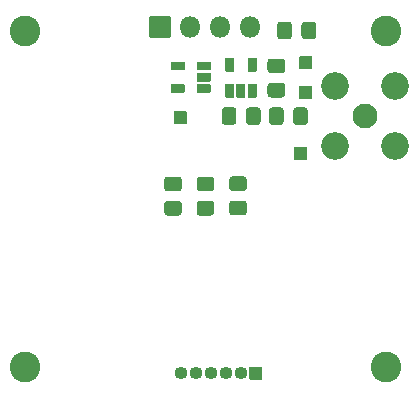
<source format=gbr>
%TF.GenerationSoftware,KiCad,Pcbnew,(5.1.9)-1*%
%TF.CreationDate,2021-02-07T19:09:25-06:00*%
%TF.ProjectId,nrg-control-box,6e72672d-636f-46e7-9472-6f6c2d626f78,B*%
%TF.SameCoordinates,Original*%
%TF.FileFunction,Soldermask,Bot*%
%TF.FilePolarity,Negative*%
%FSLAX46Y46*%
G04 Gerber Fmt 4.6, Leading zero omitted, Abs format (unit mm)*
G04 Created by KiCad (PCBNEW (5.1.9)-1) date 2021-02-07 19:09:25*
%MOMM*%
%LPD*%
G01*
G04 APERTURE LIST*
%ADD10C,2.600000*%
%ADD11C,2.100000*%
%ADD12C,2.350000*%
%ADD13O,1.100000X1.100000*%
%ADD14O,1.800000X1.800000*%
G04 APERTURE END LIST*
D10*
%TO.C,REF\u002A\u002A*%
X158000000Y-122500000D03*
%TD*%
%TO.C,REF\u002A\u002A*%
X158000000Y-94000000D03*
%TD*%
%TO.C,REF\u002A\u002A*%
X127500000Y-94000000D03*
%TD*%
%TO.C,REF\u002A\u002A*%
X127500000Y-122500000D03*
%TD*%
%TO.C,C1*%
G36*
G01*
X149228262Y-97625000D02*
X148271738Y-97625000D01*
G75*
G02*
X148000000Y-97353262I0J271738D01*
G01*
X148000000Y-96646738D01*
G75*
G02*
X148271738Y-96375000I271738J0D01*
G01*
X149228262Y-96375000D01*
G75*
G02*
X149500000Y-96646738I0J-271738D01*
G01*
X149500000Y-97353262D01*
G75*
G02*
X149228262Y-97625000I-271738J0D01*
G01*
G37*
G36*
G01*
X149228262Y-99675000D02*
X148271738Y-99675000D01*
G75*
G02*
X148000000Y-99403262I0J271738D01*
G01*
X148000000Y-98696738D01*
G75*
G02*
X148271738Y-98425000I271738J0D01*
G01*
X149228262Y-98425000D01*
G75*
G02*
X149500000Y-98696738I0J-271738D01*
G01*
X149500000Y-99403262D01*
G75*
G02*
X149228262Y-99675000I-271738J0D01*
G01*
G37*
%TD*%
%TO.C,C2*%
G36*
G01*
X145021738Y-106350000D02*
X145978262Y-106350000D01*
G75*
G02*
X146250000Y-106621738I0J-271738D01*
G01*
X146250000Y-107328262D01*
G75*
G02*
X145978262Y-107600000I-271738J0D01*
G01*
X145021738Y-107600000D01*
G75*
G02*
X144750000Y-107328262I0J271738D01*
G01*
X144750000Y-106621738D01*
G75*
G02*
X145021738Y-106350000I271738J0D01*
G01*
G37*
G36*
G01*
X145021738Y-108400000D02*
X145978262Y-108400000D01*
G75*
G02*
X146250000Y-108671738I0J-271738D01*
G01*
X146250000Y-109378262D01*
G75*
G02*
X145978262Y-109650000I-271738J0D01*
G01*
X145021738Y-109650000D01*
G75*
G02*
X144750000Y-109378262I0J271738D01*
G01*
X144750000Y-108671738D01*
G75*
G02*
X145021738Y-108400000I271738J0D01*
G01*
G37*
%TD*%
%TO.C,C3*%
G36*
G01*
X143228262Y-109675000D02*
X142271738Y-109675000D01*
G75*
G02*
X142000000Y-109403262I0J271738D01*
G01*
X142000000Y-108696738D01*
G75*
G02*
X142271738Y-108425000I271738J0D01*
G01*
X143228262Y-108425000D01*
G75*
G02*
X143500000Y-108696738I0J-271738D01*
G01*
X143500000Y-109403262D01*
G75*
G02*
X143228262Y-109675000I-271738J0D01*
G01*
G37*
G36*
G01*
X143228262Y-107625000D02*
X142271738Y-107625000D01*
G75*
G02*
X142000000Y-107353262I0J271738D01*
G01*
X142000000Y-106646738D01*
G75*
G02*
X142271738Y-106375000I271738J0D01*
G01*
X143228262Y-106375000D01*
G75*
G02*
X143500000Y-106646738I0J-271738D01*
G01*
X143500000Y-107353262D01*
G75*
G02*
X143228262Y-107625000I-271738J0D01*
G01*
G37*
%TD*%
%TO.C,C4*%
G36*
G01*
X139521738Y-108425000D02*
X140478262Y-108425000D01*
G75*
G02*
X140750000Y-108696738I0J-271738D01*
G01*
X140750000Y-109403262D01*
G75*
G02*
X140478262Y-109675000I-271738J0D01*
G01*
X139521738Y-109675000D01*
G75*
G02*
X139250000Y-109403262I0J271738D01*
G01*
X139250000Y-108696738D01*
G75*
G02*
X139521738Y-108425000I271738J0D01*
G01*
G37*
G36*
G01*
X139521738Y-106375000D02*
X140478262Y-106375000D01*
G75*
G02*
X140750000Y-106646738I0J-271738D01*
G01*
X140750000Y-107353262D01*
G75*
G02*
X140478262Y-107625000I-271738J0D01*
G01*
X139521738Y-107625000D01*
G75*
G02*
X139250000Y-107353262I0J271738D01*
G01*
X139250000Y-106646738D01*
G75*
G02*
X139521738Y-106375000I271738J0D01*
G01*
G37*
%TD*%
%TO.C,D2*%
G36*
G01*
X151750000Y-99800000D02*
X150750000Y-99800000D01*
G75*
G02*
X150700000Y-99750000I0J50000D01*
G01*
X150700000Y-98750000D01*
G75*
G02*
X150750000Y-98700000I50000J0D01*
G01*
X151750000Y-98700000D01*
G75*
G02*
X151800000Y-98750000I0J-50000D01*
G01*
X151800000Y-99750000D01*
G75*
G02*
X151750000Y-99800000I-50000J0D01*
G01*
G37*
G36*
G01*
X151750000Y-97300000D02*
X150750000Y-97300000D01*
G75*
G02*
X150700000Y-97250000I0J50000D01*
G01*
X150700000Y-96250000D01*
G75*
G02*
X150750000Y-96200000I50000J0D01*
G01*
X151750000Y-96200000D01*
G75*
G02*
X151800000Y-96250000I0J-50000D01*
G01*
X151800000Y-97250000D01*
G75*
G02*
X151750000Y-97300000I-50000J0D01*
G01*
G37*
%TD*%
D11*
%TO.C,J2*%
X156250000Y-101250000D03*
D12*
X158775000Y-98725000D03*
X153725000Y-98725000D03*
X153725000Y-103775000D03*
X158775000Y-103775000D03*
%TD*%
%TO.C,J3*%
G36*
G01*
X146500000Y-122450000D02*
X147500000Y-122450000D01*
G75*
G02*
X147550000Y-122500000I0J-50000D01*
G01*
X147550000Y-123500000D01*
G75*
G02*
X147500000Y-123550000I-50000J0D01*
G01*
X146500000Y-123550000D01*
G75*
G02*
X146450000Y-123500000I0J50000D01*
G01*
X146450000Y-122500000D01*
G75*
G02*
X146500000Y-122450000I50000J0D01*
G01*
G37*
D13*
X145730000Y-123000000D03*
X144460000Y-123000000D03*
X143190000Y-123000000D03*
X141920000Y-123000000D03*
X140650000Y-123000000D03*
%TD*%
%TO.C,R3*%
G36*
G01*
X148125000Y-101728262D02*
X148125000Y-100771738D01*
G75*
G02*
X148396738Y-100500000I271738J0D01*
G01*
X149103262Y-100500000D01*
G75*
G02*
X149375000Y-100771738I0J-271738D01*
G01*
X149375000Y-101728262D01*
G75*
G02*
X149103262Y-102000000I-271738J0D01*
G01*
X148396738Y-102000000D01*
G75*
G02*
X148125000Y-101728262I0J271738D01*
G01*
G37*
G36*
G01*
X150175000Y-101728262D02*
X150175000Y-100771738D01*
G75*
G02*
X150446738Y-100500000I271738J0D01*
G01*
X151153262Y-100500000D01*
G75*
G02*
X151425000Y-100771738I0J-271738D01*
G01*
X151425000Y-101728262D01*
G75*
G02*
X151153262Y-102000000I-271738J0D01*
G01*
X150446738Y-102000000D01*
G75*
G02*
X150175000Y-101728262I0J271738D01*
G01*
G37*
%TD*%
%TO.C,R4*%
G36*
G01*
X144125000Y-101728262D02*
X144125000Y-100771738D01*
G75*
G02*
X144396738Y-100500000I271738J0D01*
G01*
X145103262Y-100500000D01*
G75*
G02*
X145375000Y-100771738I0J-271738D01*
G01*
X145375000Y-101728262D01*
G75*
G02*
X145103262Y-102000000I-271738J0D01*
G01*
X144396738Y-102000000D01*
G75*
G02*
X144125000Y-101728262I0J271738D01*
G01*
G37*
G36*
G01*
X146175000Y-101728262D02*
X146175000Y-100771738D01*
G75*
G02*
X146446738Y-100500000I271738J0D01*
G01*
X147153262Y-100500000D01*
G75*
G02*
X147425000Y-100771738I0J-271738D01*
G01*
X147425000Y-101728262D01*
G75*
G02*
X147153262Y-102000000I-271738J0D01*
G01*
X146446738Y-102000000D01*
G75*
G02*
X146175000Y-101728262I0J271738D01*
G01*
G37*
%TD*%
%TO.C,R5*%
G36*
G01*
X150875000Y-94478262D02*
X150875000Y-93521738D01*
G75*
G02*
X151146738Y-93250000I271738J0D01*
G01*
X151853262Y-93250000D01*
G75*
G02*
X152125000Y-93521738I0J-271738D01*
G01*
X152125000Y-94478262D01*
G75*
G02*
X151853262Y-94750000I-271738J0D01*
G01*
X151146738Y-94750000D01*
G75*
G02*
X150875000Y-94478262I0J271738D01*
G01*
G37*
G36*
G01*
X148825000Y-94478262D02*
X148825000Y-93521738D01*
G75*
G02*
X149096738Y-93250000I271738J0D01*
G01*
X149803262Y-93250000D01*
G75*
G02*
X150075000Y-93521738I0J-271738D01*
G01*
X150075000Y-94478262D01*
G75*
G02*
X149803262Y-94750000I-271738J0D01*
G01*
X149096738Y-94750000D01*
G75*
G02*
X148825000Y-94478262I0J271738D01*
G01*
G37*
%TD*%
%TO.C,U1*%
G36*
G01*
X147025000Y-97480000D02*
X146375000Y-97480000D01*
G75*
G02*
X146325000Y-97430000I0J50000D01*
G01*
X146325000Y-96370000D01*
G75*
G02*
X146375000Y-96320000I50000J0D01*
G01*
X147025000Y-96320000D01*
G75*
G02*
X147075000Y-96370000I0J-50000D01*
G01*
X147075000Y-97430000D01*
G75*
G02*
X147025000Y-97480000I-50000J0D01*
G01*
G37*
G36*
G01*
X145125000Y-97480000D02*
X144475000Y-97480000D01*
G75*
G02*
X144425000Y-97430000I0J50000D01*
G01*
X144425000Y-96370000D01*
G75*
G02*
X144475000Y-96320000I50000J0D01*
G01*
X145125000Y-96320000D01*
G75*
G02*
X145175000Y-96370000I0J-50000D01*
G01*
X145175000Y-97430000D01*
G75*
G02*
X145125000Y-97480000I-50000J0D01*
G01*
G37*
G36*
G01*
X145125000Y-99680000D02*
X144475000Y-99680000D01*
G75*
G02*
X144425000Y-99630000I0J50000D01*
G01*
X144425000Y-98570000D01*
G75*
G02*
X144475000Y-98520000I50000J0D01*
G01*
X145125000Y-98520000D01*
G75*
G02*
X145175000Y-98570000I0J-50000D01*
G01*
X145175000Y-99630000D01*
G75*
G02*
X145125000Y-99680000I-50000J0D01*
G01*
G37*
G36*
G01*
X146075000Y-99680000D02*
X145425000Y-99680000D01*
G75*
G02*
X145375000Y-99630000I0J50000D01*
G01*
X145375000Y-98570000D01*
G75*
G02*
X145425000Y-98520000I50000J0D01*
G01*
X146075000Y-98520000D01*
G75*
G02*
X146125000Y-98570000I0J-50000D01*
G01*
X146125000Y-99630000D01*
G75*
G02*
X146075000Y-99680000I-50000J0D01*
G01*
G37*
G36*
G01*
X147025000Y-99680000D02*
X146375000Y-99680000D01*
G75*
G02*
X146325000Y-99630000I0J50000D01*
G01*
X146325000Y-98570000D01*
G75*
G02*
X146375000Y-98520000I50000J0D01*
G01*
X147025000Y-98520000D01*
G75*
G02*
X147075000Y-98570000I0J-50000D01*
G01*
X147075000Y-99630000D01*
G75*
G02*
X147025000Y-99680000I-50000J0D01*
G01*
G37*
%TD*%
%TO.C,U2*%
G36*
G01*
X143180000Y-96675000D02*
X143180000Y-97325000D01*
G75*
G02*
X143130000Y-97375000I-50000J0D01*
G01*
X142070000Y-97375000D01*
G75*
G02*
X142020000Y-97325000I0J50000D01*
G01*
X142020000Y-96675000D01*
G75*
G02*
X142070000Y-96625000I50000J0D01*
G01*
X143130000Y-96625000D01*
G75*
G02*
X143180000Y-96675000I0J-50000D01*
G01*
G37*
G36*
G01*
X143180000Y-97625000D02*
X143180000Y-98275000D01*
G75*
G02*
X143130000Y-98325000I-50000J0D01*
G01*
X142070000Y-98325000D01*
G75*
G02*
X142020000Y-98275000I0J50000D01*
G01*
X142020000Y-97625000D01*
G75*
G02*
X142070000Y-97575000I50000J0D01*
G01*
X143130000Y-97575000D01*
G75*
G02*
X143180000Y-97625000I0J-50000D01*
G01*
G37*
G36*
G01*
X143180000Y-98575000D02*
X143180000Y-99225000D01*
G75*
G02*
X143130000Y-99275000I-50000J0D01*
G01*
X142070000Y-99275000D01*
G75*
G02*
X142020000Y-99225000I0J50000D01*
G01*
X142020000Y-98575000D01*
G75*
G02*
X142070000Y-98525000I50000J0D01*
G01*
X143130000Y-98525000D01*
G75*
G02*
X143180000Y-98575000I0J-50000D01*
G01*
G37*
G36*
G01*
X140980000Y-98575000D02*
X140980000Y-99225000D01*
G75*
G02*
X140930000Y-99275000I-50000J0D01*
G01*
X139870000Y-99275000D01*
G75*
G02*
X139820000Y-99225000I0J50000D01*
G01*
X139820000Y-98575000D01*
G75*
G02*
X139870000Y-98525000I50000J0D01*
G01*
X140930000Y-98525000D01*
G75*
G02*
X140980000Y-98575000I0J-50000D01*
G01*
G37*
G36*
G01*
X140980000Y-96675000D02*
X140980000Y-97325000D01*
G75*
G02*
X140930000Y-97375000I-50000J0D01*
G01*
X139870000Y-97375000D01*
G75*
G02*
X139820000Y-97325000I0J50000D01*
G01*
X139820000Y-96675000D01*
G75*
G02*
X139870000Y-96625000I50000J0D01*
G01*
X140930000Y-96625000D01*
G75*
G02*
X140980000Y-96675000I0J-50000D01*
G01*
G37*
%TD*%
%TO.C,J1*%
G36*
G01*
X139750000Y-94600000D02*
X138050000Y-94600000D01*
G75*
G02*
X138000000Y-94550000I0J50000D01*
G01*
X138000000Y-92850000D01*
G75*
G02*
X138050000Y-92800000I50000J0D01*
G01*
X139750000Y-92800000D01*
G75*
G02*
X139800000Y-92850000I0J-50000D01*
G01*
X139800000Y-94550000D01*
G75*
G02*
X139750000Y-94600000I-50000J0D01*
G01*
G37*
D14*
X141440000Y-93700000D03*
X143980000Y-93700000D03*
X146520000Y-93700000D03*
%TD*%
%TO.C,TP1*%
G36*
G01*
X150250000Y-104900000D02*
X150250000Y-103900000D01*
G75*
G02*
X150300000Y-103850000I50000J0D01*
G01*
X151300000Y-103850000D01*
G75*
G02*
X151350000Y-103900000I0J-50000D01*
G01*
X151350000Y-104900000D01*
G75*
G02*
X151300000Y-104950000I-50000J0D01*
G01*
X150300000Y-104950000D01*
G75*
G02*
X150250000Y-104900000I0J50000D01*
G01*
G37*
%TD*%
%TO.C,TP2*%
G36*
G01*
X140050000Y-101900000D02*
X140050000Y-100900000D01*
G75*
G02*
X140100000Y-100850000I50000J0D01*
G01*
X141100000Y-100850000D01*
G75*
G02*
X141150000Y-100900000I0J-50000D01*
G01*
X141150000Y-101900000D01*
G75*
G02*
X141100000Y-101950000I-50000J0D01*
G01*
X140100000Y-101950000D01*
G75*
G02*
X140050000Y-101900000I0J50000D01*
G01*
G37*
%TD*%
M02*

</source>
